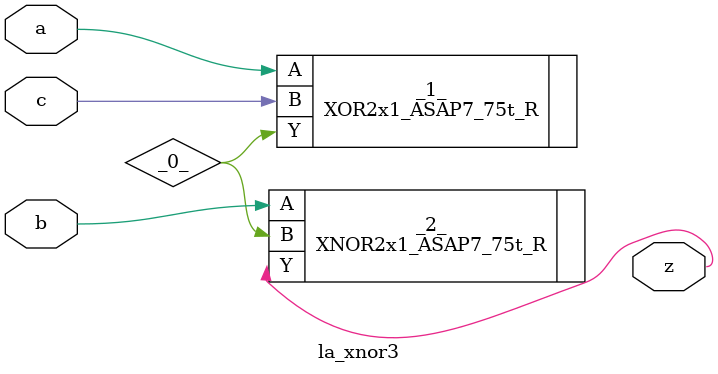
<source format=v>

/* Generated by Yosys 0.44 (git sha1 80ba43d26, g++ 11.4.0-1ubuntu1~22.04 -fPIC -O3) */

(* top =  1  *)
(* src = "generated" *)
(* keep_hierarchy *)
module la_xnor3 (
    a,
    b,
    c,
    z
);
  wire _0_;
  (* src = "generated" *)
  input a;
  wire a;
  (* src = "generated" *)
  input b;
  wire b;
  (* src = "generated" *)
  input c;
  wire c;
  (* src = "generated" *)
  output z;
  wire z;
  XOR2x1_ASAP7_75t_R _1_ (
      .A(a),
      .B(c),
      .Y(_0_)
  );
  XNOR2x1_ASAP7_75t_R _2_ (
      .A(b),
      .B(_0_),
      .Y(z)
  );
endmodule

</source>
